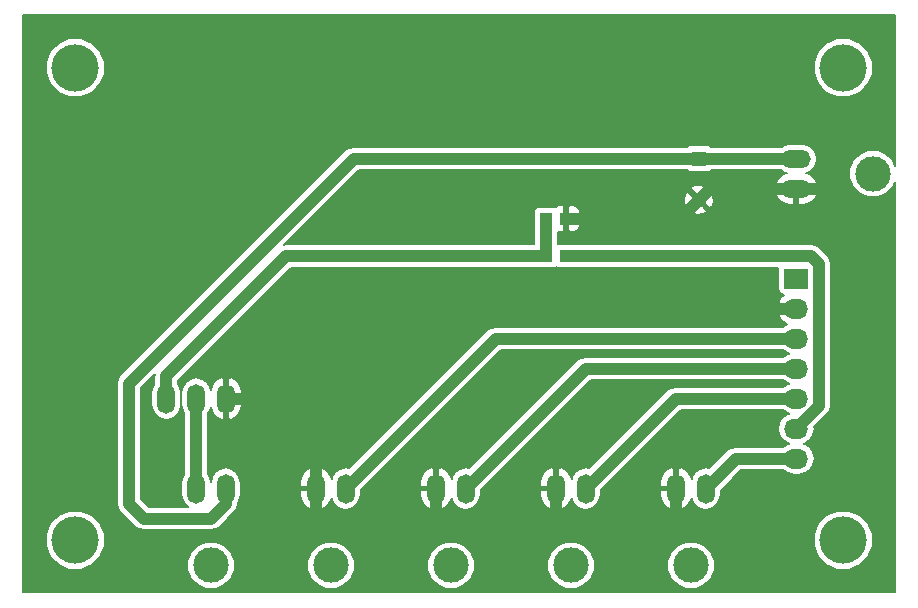
<source format=gbr>
G04 #@! TF.FileFunction,Copper,L2,Bot,Signal*
%FSLAX46Y46*%
G04 Gerber Fmt 4.6, Leading zero omitted, Abs format (unit mm)*
G04 Created by KiCad (PCBNEW 4.0.2-stable) date 2016/07/28 10:49:37*
%MOMM*%
G01*
G04 APERTURE LIST*
%ADD10C,0.100000*%
%ADD11R,2.032000X1.727200*%
%ADD12O,2.032000X1.727200*%
%ADD13O,1.500000X2.500000*%
%ADD14C,3.000000*%
%ADD15O,1.501140X2.499360*%
%ADD16R,1.100000X1.000000*%
%ADD17C,1.300000*%
%ADD18R,1.300000X1.300000*%
%ADD19O,2.500000X1.500000*%
%ADD20C,4.000000*%
%ADD21C,1.000000*%
%ADD22C,0.200000*%
G04 APERTURE END LIST*
D10*
D11*
X66040000Y-22860000D03*
D12*
X66040000Y-25400000D03*
X66040000Y-27940000D03*
X66040000Y-30480000D03*
X66040000Y-33020000D03*
X66040000Y-35560000D03*
X66040000Y-38100000D03*
D13*
X55880000Y-40640000D03*
X58380000Y-40640000D03*
D14*
X57130000Y-47140000D03*
D13*
X45720000Y-40640000D03*
X48220000Y-40640000D03*
D14*
X46970000Y-47140000D03*
D13*
X35560000Y-40640000D03*
X38060000Y-40640000D03*
D14*
X36810000Y-47140000D03*
D13*
X25400000Y-40640000D03*
X27900000Y-40640000D03*
D14*
X26650000Y-47140000D03*
D13*
X15240000Y-40640000D03*
X17740000Y-40640000D03*
D14*
X16490000Y-47140000D03*
D15*
X15240000Y-33020000D03*
X17780000Y-33020000D03*
X12700000Y-33020000D03*
D16*
X44870000Y-20955000D03*
X46570000Y-20955000D03*
X44870000Y-17780000D03*
X46570000Y-17780000D03*
D17*
X57785000Y-16200000D03*
D18*
X57785000Y-12700000D03*
D19*
X66040000Y-15240000D03*
X66040000Y-12740000D03*
D14*
X72540000Y-13990000D03*
D20*
X70000000Y-5000000D03*
X70000000Y-45000000D03*
X5000000Y-45000000D03*
X5000000Y-5000000D03*
D21*
X57785000Y-16200000D02*
X56205000Y-17780000D01*
X56205000Y-17780000D02*
X46570000Y-17780000D01*
X57785000Y-16200000D02*
X58745000Y-15240000D01*
X58745000Y-15240000D02*
X66040000Y-15240000D01*
X17780000Y-33020000D02*
X24130000Y-33020000D01*
X24130000Y-33020000D02*
X27305000Y-36195000D01*
X64135000Y-43180000D02*
X55880000Y-43180000D01*
X66040000Y-15240000D02*
X69215000Y-15240000D01*
X69215000Y-15240000D02*
X70485000Y-16510000D01*
X70485000Y-16510000D02*
X70485000Y-36830000D01*
X70485000Y-36830000D02*
X64135000Y-43180000D01*
X45720000Y-43180000D02*
X55880000Y-43180000D01*
X55880000Y-43180000D02*
X55880000Y-40640000D01*
X35560000Y-43180000D02*
X45720000Y-43180000D01*
X45720000Y-43180000D02*
X45720000Y-40640000D01*
X25400000Y-40640000D02*
X25400000Y-43180000D01*
X35560000Y-43180000D02*
X35560000Y-40640000D01*
X25400000Y-43180000D02*
X35560000Y-43180000D01*
X66040000Y-25400000D02*
X38100000Y-25400000D01*
X25400000Y-38100000D02*
X25400000Y-40640000D01*
X38100000Y-25400000D02*
X27305000Y-36195000D01*
X27305000Y-36195000D02*
X25400000Y-38100000D01*
X27900000Y-40640000D02*
X40600000Y-27940000D01*
X40600000Y-27940000D02*
X66040000Y-27940000D01*
X38060000Y-40640000D02*
X48220000Y-30480000D01*
X48220000Y-30480000D02*
X66040000Y-30480000D01*
X48220000Y-40640000D02*
X55840000Y-33020000D01*
X55840000Y-33020000D02*
X66040000Y-33020000D01*
X46570000Y-20955000D02*
X48895000Y-20955000D01*
X67945000Y-33655000D02*
X67945000Y-21590000D01*
X67945000Y-21590000D02*
X67310000Y-20955000D01*
X67310000Y-20955000D02*
X48895000Y-20955000D01*
X67945000Y-33655000D02*
X66040000Y-35560000D01*
X58380000Y-40640000D02*
X60920000Y-38100000D01*
X60920000Y-38100000D02*
X66040000Y-38100000D01*
X15240000Y-40640000D02*
X15240000Y-33020000D01*
X17740000Y-40640000D02*
X17740000Y-41950000D01*
X17740000Y-41950000D02*
X16510000Y-43180000D01*
X56515000Y-12700000D02*
X57785000Y-12700000D01*
X56515000Y-12700000D02*
X52070000Y-12700000D01*
X66000000Y-12700000D02*
X56515000Y-12700000D01*
X16510000Y-43180000D02*
X10795000Y-43180000D01*
X10795000Y-43180000D02*
X9525000Y-41910000D01*
X9525000Y-41910000D02*
X9525000Y-31750000D01*
X9525000Y-31750000D02*
X28575000Y-12700000D01*
X28575000Y-12700000D02*
X52070000Y-12700000D01*
X66000000Y-12700000D02*
X66040000Y-12740000D01*
X44870000Y-17780000D02*
X44870000Y-20955000D01*
X12700000Y-33020000D02*
X12700000Y-31115000D01*
X22860000Y-20955000D02*
X44870000Y-20955000D01*
X12700000Y-31115000D02*
X22860000Y-20955000D01*
D22*
G36*
X74425000Y-13314762D02*
X74236506Y-12858571D01*
X73674388Y-12295471D01*
X72939570Y-11990348D01*
X72143921Y-11989654D01*
X71408571Y-12293494D01*
X70845471Y-12855612D01*
X70540348Y-13590430D01*
X70539654Y-14386079D01*
X70843494Y-15121429D01*
X71405612Y-15684529D01*
X72140430Y-15989652D01*
X72936079Y-15990346D01*
X73671429Y-15686506D01*
X74234529Y-15124388D01*
X74425000Y-14665683D01*
X74425000Y-49425000D01*
X575000Y-49425000D01*
X575000Y-47536079D01*
X14489654Y-47536079D01*
X14793494Y-48271429D01*
X15355612Y-48834529D01*
X16090430Y-49139652D01*
X16886079Y-49140346D01*
X17621429Y-48836506D01*
X18184529Y-48274388D01*
X18489652Y-47539570D01*
X18489655Y-47536079D01*
X24649654Y-47536079D01*
X24953494Y-48271429D01*
X25515612Y-48834529D01*
X26250430Y-49139652D01*
X27046079Y-49140346D01*
X27781429Y-48836506D01*
X28344529Y-48274388D01*
X28649652Y-47539570D01*
X28649655Y-47536079D01*
X34809654Y-47536079D01*
X35113494Y-48271429D01*
X35675612Y-48834529D01*
X36410430Y-49139652D01*
X37206079Y-49140346D01*
X37941429Y-48836506D01*
X38504529Y-48274388D01*
X38809652Y-47539570D01*
X38809655Y-47536079D01*
X44969654Y-47536079D01*
X45273494Y-48271429D01*
X45835612Y-48834529D01*
X46570430Y-49139652D01*
X47366079Y-49140346D01*
X48101429Y-48836506D01*
X48664529Y-48274388D01*
X48969652Y-47539570D01*
X48969655Y-47536079D01*
X55129654Y-47536079D01*
X55433494Y-48271429D01*
X55995612Y-48834529D01*
X56730430Y-49139652D01*
X57526079Y-49140346D01*
X58261429Y-48836506D01*
X58824529Y-48274388D01*
X59129652Y-47539570D01*
X59130346Y-46743921D01*
X58826506Y-46008571D01*
X58313930Y-45495099D01*
X67499567Y-45495099D01*
X67879367Y-46414286D01*
X68582015Y-47118161D01*
X69500538Y-47499565D01*
X70495099Y-47500433D01*
X71414286Y-47120633D01*
X72118161Y-46417985D01*
X72499565Y-45499462D01*
X72500433Y-44504901D01*
X72120633Y-43585714D01*
X71417985Y-42881839D01*
X70499462Y-42500435D01*
X69504901Y-42499567D01*
X68585714Y-42879367D01*
X67881839Y-43582015D01*
X67500435Y-44500538D01*
X67499567Y-45495099D01*
X58313930Y-45495099D01*
X58264388Y-45445471D01*
X57529570Y-45140348D01*
X56733921Y-45139654D01*
X55998571Y-45443494D01*
X55435471Y-46005612D01*
X55130348Y-46740430D01*
X55129654Y-47536079D01*
X48969655Y-47536079D01*
X48970346Y-46743921D01*
X48666506Y-46008571D01*
X48104388Y-45445471D01*
X47369570Y-45140348D01*
X46573921Y-45139654D01*
X45838571Y-45443494D01*
X45275471Y-46005612D01*
X44970348Y-46740430D01*
X44969654Y-47536079D01*
X38809655Y-47536079D01*
X38810346Y-46743921D01*
X38506506Y-46008571D01*
X37944388Y-45445471D01*
X37209570Y-45140348D01*
X36413921Y-45139654D01*
X35678571Y-45443494D01*
X35115471Y-46005612D01*
X34810348Y-46740430D01*
X34809654Y-47536079D01*
X28649655Y-47536079D01*
X28650346Y-46743921D01*
X28346506Y-46008571D01*
X27784388Y-45445471D01*
X27049570Y-45140348D01*
X26253921Y-45139654D01*
X25518571Y-45443494D01*
X24955471Y-46005612D01*
X24650348Y-46740430D01*
X24649654Y-47536079D01*
X18489655Y-47536079D01*
X18490346Y-46743921D01*
X18186506Y-46008571D01*
X17624388Y-45445471D01*
X16889570Y-45140348D01*
X16093921Y-45139654D01*
X15358571Y-45443494D01*
X14795471Y-46005612D01*
X14490348Y-46740430D01*
X14489654Y-47536079D01*
X575000Y-47536079D01*
X575000Y-45495099D01*
X2499567Y-45495099D01*
X2879367Y-46414286D01*
X3582015Y-47118161D01*
X4500538Y-47499565D01*
X5495099Y-47500433D01*
X6414286Y-47120633D01*
X7118161Y-46417985D01*
X7499565Y-45499462D01*
X7500433Y-44504901D01*
X7120633Y-43585714D01*
X6417985Y-42881839D01*
X5499462Y-42500435D01*
X4504901Y-42499567D01*
X3585714Y-42879367D01*
X2881839Y-43582015D01*
X2500435Y-44500538D01*
X2499567Y-45495099D01*
X575000Y-45495099D01*
X575000Y-31750000D01*
X8525000Y-31750000D01*
X8525000Y-41910000D01*
X8601120Y-42292684D01*
X8817893Y-42617107D01*
X10087893Y-43887107D01*
X10412317Y-44103880D01*
X10795000Y-44180000D01*
X16510000Y-44180000D01*
X16892684Y-44103880D01*
X17217107Y-43887107D01*
X18447107Y-42657107D01*
X18663880Y-42332684D01*
X18740001Y-41950000D01*
X18740000Y-41949995D01*
X18740000Y-41884387D01*
X18894849Y-41652639D01*
X18990000Y-41174285D01*
X18990000Y-40794000D01*
X24042000Y-40794000D01*
X24042000Y-41294000D01*
X24204305Y-41801962D01*
X24548644Y-42209146D01*
X25036828Y-42448538D01*
X25246000Y-42336127D01*
X25246000Y-40794000D01*
X24042000Y-40794000D01*
X18990000Y-40794000D01*
X18990000Y-40105715D01*
X18966188Y-39986000D01*
X24042000Y-39986000D01*
X24042000Y-40486000D01*
X25246000Y-40486000D01*
X25246000Y-38943873D01*
X25036828Y-38831462D01*
X24548644Y-39070854D01*
X24204305Y-39478038D01*
X24042000Y-39986000D01*
X18966188Y-39986000D01*
X18894849Y-39627361D01*
X18623883Y-39221832D01*
X18218354Y-38950866D01*
X17740000Y-38855715D01*
X17261646Y-38950866D01*
X16856117Y-39221832D01*
X16585151Y-39627361D01*
X16490000Y-40105715D01*
X16394849Y-39627361D01*
X16240000Y-39395613D01*
X16240000Y-34264498D01*
X16395376Y-34031960D01*
X16449363Y-33760547D01*
X16583778Y-34181290D01*
X16928240Y-34588659D01*
X17416739Y-34828214D01*
X17626000Y-34715812D01*
X17626000Y-33174000D01*
X17934000Y-33174000D01*
X17934000Y-34715812D01*
X18143261Y-34828214D01*
X18631760Y-34588659D01*
X18976222Y-34181290D01*
X19138570Y-33673110D01*
X19138570Y-33174000D01*
X17934000Y-33174000D01*
X17626000Y-33174000D01*
X17606000Y-33174000D01*
X17606000Y-32866000D01*
X17626000Y-32866000D01*
X17626000Y-31324188D01*
X17934000Y-31324188D01*
X17934000Y-32866000D01*
X19138570Y-32866000D01*
X19138570Y-32366890D01*
X18976222Y-31858710D01*
X18631760Y-31451341D01*
X18143261Y-31211786D01*
X17934000Y-31324188D01*
X17626000Y-31324188D01*
X17416739Y-31211786D01*
X16928240Y-31451341D01*
X16583778Y-31858710D01*
X16449363Y-32279453D01*
X16395376Y-32008040D01*
X16124287Y-31602325D01*
X15718572Y-31331236D01*
X15240000Y-31236042D01*
X14761428Y-31331236D01*
X14355713Y-31602325D01*
X14084624Y-32008040D01*
X13989430Y-32486612D01*
X13989430Y-33553388D01*
X14084624Y-34031960D01*
X14240000Y-34264498D01*
X14240000Y-39395613D01*
X14085151Y-39627361D01*
X13990000Y-40105715D01*
X13990000Y-41174285D01*
X14085151Y-41652639D01*
X14356117Y-42058168D01*
X14538451Y-42180000D01*
X11209214Y-42180000D01*
X10525000Y-41495786D01*
X10525000Y-32164214D01*
X11731233Y-30957981D01*
X11722511Y-31001827D01*
X11700000Y-31115000D01*
X11700000Y-31775502D01*
X11544624Y-32008040D01*
X11449430Y-32486612D01*
X11449430Y-33553388D01*
X11544624Y-34031960D01*
X11815713Y-34437675D01*
X12221428Y-34708764D01*
X12700000Y-34803958D01*
X13178572Y-34708764D01*
X13584287Y-34437675D01*
X13855376Y-34031960D01*
X13950570Y-33553388D01*
X13950570Y-32486612D01*
X13855376Y-32008040D01*
X13700000Y-31775502D01*
X13700000Y-31529214D01*
X23274214Y-21955000D01*
X44271631Y-21955000D01*
X44320000Y-21964795D01*
X45420000Y-21964795D01*
X45605289Y-21929931D01*
X45720715Y-21855656D01*
X45821661Y-21924630D01*
X46020000Y-21964795D01*
X47120000Y-21964795D01*
X47172057Y-21955000D01*
X64522589Y-21955000D01*
X64514205Y-21996400D01*
X64514205Y-23723600D01*
X64549069Y-23908889D01*
X64658575Y-24079065D01*
X64825661Y-24193230D01*
X65023350Y-24233263D01*
X64696178Y-24536359D01*
X64466189Y-25018951D01*
X64577017Y-25246000D01*
X65886000Y-25246000D01*
X65886000Y-25226000D01*
X66194000Y-25226000D01*
X66194000Y-25246000D01*
X66214000Y-25246000D01*
X66214000Y-25554000D01*
X66194000Y-25554000D01*
X66194000Y-25574000D01*
X65886000Y-25574000D01*
X65886000Y-25554000D01*
X64577017Y-25554000D01*
X64466189Y-25781049D01*
X64696178Y-26263641D01*
X65117371Y-26653838D01*
X65283495Y-26715330D01*
X64947251Y-26940000D01*
X40600000Y-26940000D01*
X40217317Y-27016120D01*
X40217315Y-27016121D01*
X40217316Y-27016121D01*
X39892893Y-27232893D01*
X28208672Y-38917114D01*
X27900000Y-38855715D01*
X27421646Y-38950866D01*
X27016117Y-39221832D01*
X26745151Y-39627361D01*
X26706114Y-39823613D01*
X26595695Y-39478038D01*
X26251356Y-39070854D01*
X25763172Y-38831462D01*
X25554000Y-38943873D01*
X25554000Y-40486000D01*
X25574000Y-40486000D01*
X25574000Y-40794000D01*
X25554000Y-40794000D01*
X25554000Y-42336127D01*
X25763172Y-42448538D01*
X26251356Y-42209146D01*
X26595695Y-41801962D01*
X26706114Y-41456387D01*
X26745151Y-41652639D01*
X27016117Y-42058168D01*
X27421646Y-42329134D01*
X27900000Y-42424285D01*
X28378354Y-42329134D01*
X28783883Y-42058168D01*
X29054849Y-41652639D01*
X29150000Y-41174285D01*
X29150000Y-40804214D01*
X29160214Y-40794000D01*
X34202000Y-40794000D01*
X34202000Y-41294000D01*
X34364305Y-41801962D01*
X34708644Y-42209146D01*
X35196828Y-42448538D01*
X35406000Y-42336127D01*
X35406000Y-40794000D01*
X34202000Y-40794000D01*
X29160214Y-40794000D01*
X29968214Y-39986000D01*
X34202000Y-39986000D01*
X34202000Y-40486000D01*
X35406000Y-40486000D01*
X35406000Y-38943873D01*
X35196828Y-38831462D01*
X34708644Y-39070854D01*
X34364305Y-39478038D01*
X34202000Y-39986000D01*
X29968214Y-39986000D01*
X41014214Y-28940000D01*
X64947251Y-28940000D01*
X65336073Y-29199802D01*
X65387342Y-29210000D01*
X65336073Y-29220198D01*
X64947251Y-29480000D01*
X48220000Y-29480000D01*
X47837316Y-29556120D01*
X47512893Y-29772893D01*
X38368672Y-38917114D01*
X38060000Y-38855715D01*
X37581646Y-38950866D01*
X37176117Y-39221832D01*
X36905151Y-39627361D01*
X36866114Y-39823613D01*
X36755695Y-39478038D01*
X36411356Y-39070854D01*
X35923172Y-38831462D01*
X35714000Y-38943873D01*
X35714000Y-40486000D01*
X35734000Y-40486000D01*
X35734000Y-40794000D01*
X35714000Y-40794000D01*
X35714000Y-42336127D01*
X35923172Y-42448538D01*
X36411356Y-42209146D01*
X36755695Y-41801962D01*
X36866114Y-41456387D01*
X36905151Y-41652639D01*
X37176117Y-42058168D01*
X37581646Y-42329134D01*
X38060000Y-42424285D01*
X38538354Y-42329134D01*
X38943883Y-42058168D01*
X39214849Y-41652639D01*
X39310000Y-41174285D01*
X39310000Y-40804214D01*
X39320214Y-40794000D01*
X44362000Y-40794000D01*
X44362000Y-41294000D01*
X44524305Y-41801962D01*
X44868644Y-42209146D01*
X45356828Y-42448538D01*
X45566000Y-42336127D01*
X45566000Y-40794000D01*
X44362000Y-40794000D01*
X39320214Y-40794000D01*
X40128214Y-39986000D01*
X44362000Y-39986000D01*
X44362000Y-40486000D01*
X45566000Y-40486000D01*
X45566000Y-38943873D01*
X45356828Y-38831462D01*
X44868644Y-39070854D01*
X44524305Y-39478038D01*
X44362000Y-39986000D01*
X40128214Y-39986000D01*
X48634214Y-31480000D01*
X64947251Y-31480000D01*
X65336073Y-31739802D01*
X65387342Y-31750000D01*
X65336073Y-31760198D01*
X64947251Y-32020000D01*
X55840000Y-32020000D01*
X55457317Y-32096120D01*
X55402595Y-32132684D01*
X55132893Y-32312893D01*
X48528672Y-38917114D01*
X48220000Y-38855715D01*
X47741646Y-38950866D01*
X47336117Y-39221832D01*
X47065151Y-39627361D01*
X47026114Y-39823613D01*
X46915695Y-39478038D01*
X46571356Y-39070854D01*
X46083172Y-38831462D01*
X45874000Y-38943873D01*
X45874000Y-40486000D01*
X45894000Y-40486000D01*
X45894000Y-40794000D01*
X45874000Y-40794000D01*
X45874000Y-42336127D01*
X46083172Y-42448538D01*
X46571356Y-42209146D01*
X46915695Y-41801962D01*
X47026114Y-41456387D01*
X47065151Y-41652639D01*
X47336117Y-42058168D01*
X47741646Y-42329134D01*
X48220000Y-42424285D01*
X48698354Y-42329134D01*
X49103883Y-42058168D01*
X49374849Y-41652639D01*
X49470000Y-41174285D01*
X49470000Y-40804214D01*
X49480214Y-40794000D01*
X54522000Y-40794000D01*
X54522000Y-41294000D01*
X54684305Y-41801962D01*
X55028644Y-42209146D01*
X55516828Y-42448538D01*
X55726000Y-42336127D01*
X55726000Y-40794000D01*
X54522000Y-40794000D01*
X49480214Y-40794000D01*
X50288214Y-39986000D01*
X54522000Y-39986000D01*
X54522000Y-40486000D01*
X55726000Y-40486000D01*
X55726000Y-38943873D01*
X55516828Y-38831462D01*
X55028644Y-39070854D01*
X54684305Y-39478038D01*
X54522000Y-39986000D01*
X50288214Y-39986000D01*
X56254214Y-34020000D01*
X64947251Y-34020000D01*
X65336073Y-34279802D01*
X65387342Y-34290000D01*
X65336073Y-34300198D01*
X64893689Y-34595789D01*
X64598098Y-35038173D01*
X64494300Y-35560000D01*
X64598098Y-36081827D01*
X64893689Y-36524211D01*
X65336073Y-36819802D01*
X65387342Y-36830000D01*
X65336073Y-36840198D01*
X64947251Y-37100000D01*
X60920000Y-37100000D01*
X60537317Y-37176120D01*
X60212893Y-37392893D01*
X60212891Y-37392896D01*
X58688672Y-38917114D01*
X58380000Y-38855715D01*
X57901646Y-38950866D01*
X57496117Y-39221832D01*
X57225151Y-39627361D01*
X57186114Y-39823613D01*
X57075695Y-39478038D01*
X56731356Y-39070854D01*
X56243172Y-38831462D01*
X56034000Y-38943873D01*
X56034000Y-40486000D01*
X56054000Y-40486000D01*
X56054000Y-40794000D01*
X56034000Y-40794000D01*
X56034000Y-42336127D01*
X56243172Y-42448538D01*
X56731356Y-42209146D01*
X57075695Y-41801962D01*
X57186114Y-41456387D01*
X57225151Y-41652639D01*
X57496117Y-42058168D01*
X57901646Y-42329134D01*
X58380000Y-42424285D01*
X58858354Y-42329134D01*
X59263883Y-42058168D01*
X59534849Y-41652639D01*
X59630000Y-41174285D01*
X59630000Y-40804214D01*
X61334213Y-39100000D01*
X64947251Y-39100000D01*
X65336073Y-39359802D01*
X65857900Y-39463600D01*
X66222100Y-39463600D01*
X66743927Y-39359802D01*
X67186311Y-39064211D01*
X67481902Y-38621827D01*
X67585700Y-38100000D01*
X67481902Y-37578173D01*
X67186311Y-37135789D01*
X66743927Y-36840198D01*
X66692658Y-36830000D01*
X66743927Y-36819802D01*
X67186311Y-36524211D01*
X67481902Y-36081827D01*
X67585700Y-35560000D01*
X67563885Y-35450329D01*
X68652107Y-34362107D01*
X68868880Y-34037684D01*
X68945000Y-33655000D01*
X68945000Y-21590005D01*
X68945001Y-21590000D01*
X68868880Y-21207316D01*
X68652107Y-20882893D01*
X68017107Y-20247893D01*
X67692684Y-20031120D01*
X67310000Y-19955000D01*
X47168369Y-19955000D01*
X47120000Y-19945205D01*
X46020000Y-19945205D01*
X45870000Y-19973429D01*
X45870000Y-18875962D01*
X45899061Y-18888000D01*
X46264000Y-18888000D01*
X46416000Y-18736000D01*
X46416000Y-17934000D01*
X46724000Y-17934000D01*
X46724000Y-18736000D01*
X46876000Y-18888000D01*
X47240939Y-18888000D01*
X47464405Y-18795437D01*
X47635438Y-18624404D01*
X47728000Y-18400938D01*
X47728000Y-18086000D01*
X47576000Y-17934000D01*
X46724000Y-17934000D01*
X46416000Y-17934000D01*
X46396000Y-17934000D01*
X46396000Y-17626000D01*
X46416000Y-17626000D01*
X46416000Y-16824000D01*
X46724000Y-16824000D01*
X46724000Y-17626000D01*
X47576000Y-17626000D01*
X47728000Y-17474000D01*
X47728000Y-17159062D01*
X47703922Y-17100931D01*
X57101858Y-17100931D01*
X57161122Y-17320694D01*
X57637483Y-17474134D01*
X58136302Y-17433599D01*
X58408878Y-17320694D01*
X58468142Y-17100931D01*
X57785000Y-16417789D01*
X57101858Y-17100931D01*
X47703922Y-17100931D01*
X47635438Y-16935596D01*
X47464405Y-16764563D01*
X47240939Y-16672000D01*
X46876000Y-16672000D01*
X46724000Y-16824000D01*
X46416000Y-16824000D01*
X46264000Y-16672000D01*
X45899061Y-16672000D01*
X45675595Y-16764563D01*
X45625141Y-16815017D01*
X45618339Y-16810370D01*
X45420000Y-16770205D01*
X44320000Y-16770205D01*
X44134711Y-16805069D01*
X43964535Y-16914575D01*
X43850370Y-17081661D01*
X43810205Y-17280000D01*
X43810205Y-18280000D01*
X43845069Y-18465289D01*
X43870000Y-18504033D01*
X43870000Y-19955000D01*
X22860000Y-19955000D01*
X22702981Y-19986233D01*
X26636731Y-16052483D01*
X56510866Y-16052483D01*
X56551401Y-16551302D01*
X56664306Y-16823878D01*
X56884069Y-16883142D01*
X57567211Y-16200000D01*
X58002789Y-16200000D01*
X58685931Y-16883142D01*
X58905694Y-16823878D01*
X59059134Y-16347517D01*
X59018599Y-15848698D01*
X58916899Y-15603172D01*
X64231462Y-15603172D01*
X64470854Y-16091356D01*
X64878038Y-16435695D01*
X65386000Y-16598000D01*
X65886000Y-16598000D01*
X65886000Y-15394000D01*
X66194000Y-15394000D01*
X66194000Y-16598000D01*
X66694000Y-16598000D01*
X67201962Y-16435695D01*
X67609146Y-16091356D01*
X67848538Y-15603172D01*
X67736127Y-15394000D01*
X66194000Y-15394000D01*
X65886000Y-15394000D01*
X64343873Y-15394000D01*
X64231462Y-15603172D01*
X58916899Y-15603172D01*
X58905694Y-15576122D01*
X58685931Y-15516858D01*
X58002789Y-16200000D01*
X57567211Y-16200000D01*
X56884069Y-15516858D01*
X56664306Y-15576122D01*
X56510866Y-16052483D01*
X26636731Y-16052483D01*
X27390145Y-15299069D01*
X57101858Y-15299069D01*
X57785000Y-15982211D01*
X58468142Y-15299069D01*
X58408878Y-15079306D01*
X57932517Y-14925866D01*
X57433698Y-14966401D01*
X57161122Y-15079306D01*
X57101858Y-15299069D01*
X27390145Y-15299069D01*
X28989214Y-13700000D01*
X56766058Y-13700000D01*
X56769575Y-13705465D01*
X56936661Y-13819630D01*
X57135000Y-13859795D01*
X58435000Y-13859795D01*
X58620289Y-13824931D01*
X58790465Y-13715425D01*
X58801004Y-13700000D01*
X64735749Y-13700000D01*
X65027361Y-13894849D01*
X65223613Y-13933886D01*
X64878038Y-14044305D01*
X64470854Y-14388644D01*
X64231462Y-14876828D01*
X64343873Y-15086000D01*
X65886000Y-15086000D01*
X65886000Y-15066000D01*
X66194000Y-15066000D01*
X66194000Y-15086000D01*
X67736127Y-15086000D01*
X67848538Y-14876828D01*
X67609146Y-14388644D01*
X67201962Y-14044305D01*
X66856387Y-13933886D01*
X67052639Y-13894849D01*
X67458168Y-13623883D01*
X67729134Y-13218354D01*
X67824285Y-12740000D01*
X67729134Y-12261646D01*
X67458168Y-11856117D01*
X67052639Y-11585151D01*
X66574285Y-11490000D01*
X65505715Y-11490000D01*
X65027361Y-11585151D01*
X64855477Y-11700000D01*
X58803942Y-11700000D01*
X58800425Y-11694535D01*
X58633339Y-11580370D01*
X58435000Y-11540205D01*
X57135000Y-11540205D01*
X56949711Y-11575069D01*
X56779535Y-11684575D01*
X56768996Y-11700000D01*
X28575000Y-11700000D01*
X28192317Y-11776120D01*
X28192315Y-11776121D01*
X28192316Y-11776121D01*
X27867893Y-11992893D01*
X8817893Y-31042893D01*
X8601120Y-31367316D01*
X8554374Y-31602325D01*
X8525000Y-31750000D01*
X575000Y-31750000D01*
X575000Y-5495099D01*
X2499567Y-5495099D01*
X2879367Y-6414286D01*
X3582015Y-7118161D01*
X4500538Y-7499565D01*
X5495099Y-7500433D01*
X6414286Y-7120633D01*
X7118161Y-6417985D01*
X7499565Y-5499462D01*
X7499568Y-5495099D01*
X67499567Y-5495099D01*
X67879367Y-6414286D01*
X68582015Y-7118161D01*
X69500538Y-7499565D01*
X70495099Y-7500433D01*
X71414286Y-7120633D01*
X72118161Y-6417985D01*
X72499565Y-5499462D01*
X72500433Y-4504901D01*
X72120633Y-3585714D01*
X71417985Y-2881839D01*
X70499462Y-2500435D01*
X69504901Y-2499567D01*
X68585714Y-2879367D01*
X67881839Y-3582015D01*
X67500435Y-4500538D01*
X67499567Y-5495099D01*
X7499568Y-5495099D01*
X7500433Y-4504901D01*
X7120633Y-3585714D01*
X6417985Y-2881839D01*
X5499462Y-2500435D01*
X4504901Y-2499567D01*
X3585714Y-2879367D01*
X2881839Y-3582015D01*
X2500435Y-4500538D01*
X2499567Y-5495099D01*
X575000Y-5495099D01*
X575000Y-575000D01*
X74425000Y-575000D01*
X74425000Y-13314762D01*
X74425000Y-13314762D01*
G37*
X74425000Y-13314762D02*
X74236506Y-12858571D01*
X73674388Y-12295471D01*
X72939570Y-11990348D01*
X72143921Y-11989654D01*
X71408571Y-12293494D01*
X70845471Y-12855612D01*
X70540348Y-13590430D01*
X70539654Y-14386079D01*
X70843494Y-15121429D01*
X71405612Y-15684529D01*
X72140430Y-15989652D01*
X72936079Y-15990346D01*
X73671429Y-15686506D01*
X74234529Y-15124388D01*
X74425000Y-14665683D01*
X74425000Y-49425000D01*
X575000Y-49425000D01*
X575000Y-47536079D01*
X14489654Y-47536079D01*
X14793494Y-48271429D01*
X15355612Y-48834529D01*
X16090430Y-49139652D01*
X16886079Y-49140346D01*
X17621429Y-48836506D01*
X18184529Y-48274388D01*
X18489652Y-47539570D01*
X18489655Y-47536079D01*
X24649654Y-47536079D01*
X24953494Y-48271429D01*
X25515612Y-48834529D01*
X26250430Y-49139652D01*
X27046079Y-49140346D01*
X27781429Y-48836506D01*
X28344529Y-48274388D01*
X28649652Y-47539570D01*
X28649655Y-47536079D01*
X34809654Y-47536079D01*
X35113494Y-48271429D01*
X35675612Y-48834529D01*
X36410430Y-49139652D01*
X37206079Y-49140346D01*
X37941429Y-48836506D01*
X38504529Y-48274388D01*
X38809652Y-47539570D01*
X38809655Y-47536079D01*
X44969654Y-47536079D01*
X45273494Y-48271429D01*
X45835612Y-48834529D01*
X46570430Y-49139652D01*
X47366079Y-49140346D01*
X48101429Y-48836506D01*
X48664529Y-48274388D01*
X48969652Y-47539570D01*
X48969655Y-47536079D01*
X55129654Y-47536079D01*
X55433494Y-48271429D01*
X55995612Y-48834529D01*
X56730430Y-49139652D01*
X57526079Y-49140346D01*
X58261429Y-48836506D01*
X58824529Y-48274388D01*
X59129652Y-47539570D01*
X59130346Y-46743921D01*
X58826506Y-46008571D01*
X58313930Y-45495099D01*
X67499567Y-45495099D01*
X67879367Y-46414286D01*
X68582015Y-47118161D01*
X69500538Y-47499565D01*
X70495099Y-47500433D01*
X71414286Y-47120633D01*
X72118161Y-46417985D01*
X72499565Y-45499462D01*
X72500433Y-44504901D01*
X72120633Y-43585714D01*
X71417985Y-42881839D01*
X70499462Y-42500435D01*
X69504901Y-42499567D01*
X68585714Y-42879367D01*
X67881839Y-43582015D01*
X67500435Y-44500538D01*
X67499567Y-45495099D01*
X58313930Y-45495099D01*
X58264388Y-45445471D01*
X57529570Y-45140348D01*
X56733921Y-45139654D01*
X55998571Y-45443494D01*
X55435471Y-46005612D01*
X55130348Y-46740430D01*
X55129654Y-47536079D01*
X48969655Y-47536079D01*
X48970346Y-46743921D01*
X48666506Y-46008571D01*
X48104388Y-45445471D01*
X47369570Y-45140348D01*
X46573921Y-45139654D01*
X45838571Y-45443494D01*
X45275471Y-46005612D01*
X44970348Y-46740430D01*
X44969654Y-47536079D01*
X38809655Y-47536079D01*
X38810346Y-46743921D01*
X38506506Y-46008571D01*
X37944388Y-45445471D01*
X37209570Y-45140348D01*
X36413921Y-45139654D01*
X35678571Y-45443494D01*
X35115471Y-46005612D01*
X34810348Y-46740430D01*
X34809654Y-47536079D01*
X28649655Y-47536079D01*
X28650346Y-46743921D01*
X28346506Y-46008571D01*
X27784388Y-45445471D01*
X27049570Y-45140348D01*
X26253921Y-45139654D01*
X25518571Y-45443494D01*
X24955471Y-46005612D01*
X24650348Y-46740430D01*
X24649654Y-47536079D01*
X18489655Y-47536079D01*
X18490346Y-46743921D01*
X18186506Y-46008571D01*
X17624388Y-45445471D01*
X16889570Y-45140348D01*
X16093921Y-45139654D01*
X15358571Y-45443494D01*
X14795471Y-46005612D01*
X14490348Y-46740430D01*
X14489654Y-47536079D01*
X575000Y-47536079D01*
X575000Y-45495099D01*
X2499567Y-45495099D01*
X2879367Y-46414286D01*
X3582015Y-47118161D01*
X4500538Y-47499565D01*
X5495099Y-47500433D01*
X6414286Y-47120633D01*
X7118161Y-46417985D01*
X7499565Y-45499462D01*
X7500433Y-44504901D01*
X7120633Y-43585714D01*
X6417985Y-42881839D01*
X5499462Y-42500435D01*
X4504901Y-42499567D01*
X3585714Y-42879367D01*
X2881839Y-43582015D01*
X2500435Y-44500538D01*
X2499567Y-45495099D01*
X575000Y-45495099D01*
X575000Y-31750000D01*
X8525000Y-31750000D01*
X8525000Y-41910000D01*
X8601120Y-42292684D01*
X8817893Y-42617107D01*
X10087893Y-43887107D01*
X10412317Y-44103880D01*
X10795000Y-44180000D01*
X16510000Y-44180000D01*
X16892684Y-44103880D01*
X17217107Y-43887107D01*
X18447107Y-42657107D01*
X18663880Y-42332684D01*
X18740001Y-41950000D01*
X18740000Y-41949995D01*
X18740000Y-41884387D01*
X18894849Y-41652639D01*
X18990000Y-41174285D01*
X18990000Y-40794000D01*
X24042000Y-40794000D01*
X24042000Y-41294000D01*
X24204305Y-41801962D01*
X24548644Y-42209146D01*
X25036828Y-42448538D01*
X25246000Y-42336127D01*
X25246000Y-40794000D01*
X24042000Y-40794000D01*
X18990000Y-40794000D01*
X18990000Y-40105715D01*
X18966188Y-39986000D01*
X24042000Y-39986000D01*
X24042000Y-40486000D01*
X25246000Y-40486000D01*
X25246000Y-38943873D01*
X25036828Y-38831462D01*
X24548644Y-39070854D01*
X24204305Y-39478038D01*
X24042000Y-39986000D01*
X18966188Y-39986000D01*
X18894849Y-39627361D01*
X18623883Y-39221832D01*
X18218354Y-38950866D01*
X17740000Y-38855715D01*
X17261646Y-38950866D01*
X16856117Y-39221832D01*
X16585151Y-39627361D01*
X16490000Y-40105715D01*
X16394849Y-39627361D01*
X16240000Y-39395613D01*
X16240000Y-34264498D01*
X16395376Y-34031960D01*
X16449363Y-33760547D01*
X16583778Y-34181290D01*
X16928240Y-34588659D01*
X17416739Y-34828214D01*
X17626000Y-34715812D01*
X17626000Y-33174000D01*
X17934000Y-33174000D01*
X17934000Y-34715812D01*
X18143261Y-34828214D01*
X18631760Y-34588659D01*
X18976222Y-34181290D01*
X19138570Y-33673110D01*
X19138570Y-33174000D01*
X17934000Y-33174000D01*
X17626000Y-33174000D01*
X17606000Y-33174000D01*
X17606000Y-32866000D01*
X17626000Y-32866000D01*
X17626000Y-31324188D01*
X17934000Y-31324188D01*
X17934000Y-32866000D01*
X19138570Y-32866000D01*
X19138570Y-32366890D01*
X18976222Y-31858710D01*
X18631760Y-31451341D01*
X18143261Y-31211786D01*
X17934000Y-31324188D01*
X17626000Y-31324188D01*
X17416739Y-31211786D01*
X16928240Y-31451341D01*
X16583778Y-31858710D01*
X16449363Y-32279453D01*
X16395376Y-32008040D01*
X16124287Y-31602325D01*
X15718572Y-31331236D01*
X15240000Y-31236042D01*
X14761428Y-31331236D01*
X14355713Y-31602325D01*
X14084624Y-32008040D01*
X13989430Y-32486612D01*
X13989430Y-33553388D01*
X14084624Y-34031960D01*
X14240000Y-34264498D01*
X14240000Y-39395613D01*
X14085151Y-39627361D01*
X13990000Y-40105715D01*
X13990000Y-41174285D01*
X14085151Y-41652639D01*
X14356117Y-42058168D01*
X14538451Y-42180000D01*
X11209214Y-42180000D01*
X10525000Y-41495786D01*
X10525000Y-32164214D01*
X11731233Y-30957981D01*
X11722511Y-31001827D01*
X11700000Y-31115000D01*
X11700000Y-31775502D01*
X11544624Y-32008040D01*
X11449430Y-32486612D01*
X11449430Y-33553388D01*
X11544624Y-34031960D01*
X11815713Y-34437675D01*
X12221428Y-34708764D01*
X12700000Y-34803958D01*
X13178572Y-34708764D01*
X13584287Y-34437675D01*
X13855376Y-34031960D01*
X13950570Y-33553388D01*
X13950570Y-32486612D01*
X13855376Y-32008040D01*
X13700000Y-31775502D01*
X13700000Y-31529214D01*
X23274214Y-21955000D01*
X44271631Y-21955000D01*
X44320000Y-21964795D01*
X45420000Y-21964795D01*
X45605289Y-21929931D01*
X45720715Y-21855656D01*
X45821661Y-21924630D01*
X46020000Y-21964795D01*
X47120000Y-21964795D01*
X47172057Y-21955000D01*
X64522589Y-21955000D01*
X64514205Y-21996400D01*
X64514205Y-23723600D01*
X64549069Y-23908889D01*
X64658575Y-24079065D01*
X64825661Y-24193230D01*
X65023350Y-24233263D01*
X64696178Y-24536359D01*
X64466189Y-25018951D01*
X64577017Y-25246000D01*
X65886000Y-25246000D01*
X65886000Y-25226000D01*
X66194000Y-25226000D01*
X66194000Y-25246000D01*
X66214000Y-25246000D01*
X66214000Y-25554000D01*
X66194000Y-25554000D01*
X66194000Y-25574000D01*
X65886000Y-25574000D01*
X65886000Y-25554000D01*
X64577017Y-25554000D01*
X64466189Y-25781049D01*
X64696178Y-26263641D01*
X65117371Y-26653838D01*
X65283495Y-26715330D01*
X64947251Y-26940000D01*
X40600000Y-26940000D01*
X40217317Y-27016120D01*
X40217315Y-27016121D01*
X40217316Y-27016121D01*
X39892893Y-27232893D01*
X28208672Y-38917114D01*
X27900000Y-38855715D01*
X27421646Y-38950866D01*
X27016117Y-39221832D01*
X26745151Y-39627361D01*
X26706114Y-39823613D01*
X26595695Y-39478038D01*
X26251356Y-39070854D01*
X25763172Y-38831462D01*
X25554000Y-38943873D01*
X25554000Y-40486000D01*
X25574000Y-40486000D01*
X25574000Y-40794000D01*
X25554000Y-40794000D01*
X25554000Y-42336127D01*
X25763172Y-42448538D01*
X26251356Y-42209146D01*
X26595695Y-41801962D01*
X26706114Y-41456387D01*
X26745151Y-41652639D01*
X27016117Y-42058168D01*
X27421646Y-42329134D01*
X27900000Y-42424285D01*
X28378354Y-42329134D01*
X28783883Y-42058168D01*
X29054849Y-41652639D01*
X29150000Y-41174285D01*
X29150000Y-40804214D01*
X29160214Y-40794000D01*
X34202000Y-40794000D01*
X34202000Y-41294000D01*
X34364305Y-41801962D01*
X34708644Y-42209146D01*
X35196828Y-42448538D01*
X35406000Y-42336127D01*
X35406000Y-40794000D01*
X34202000Y-40794000D01*
X29160214Y-40794000D01*
X29968214Y-39986000D01*
X34202000Y-39986000D01*
X34202000Y-40486000D01*
X35406000Y-40486000D01*
X35406000Y-38943873D01*
X35196828Y-38831462D01*
X34708644Y-39070854D01*
X34364305Y-39478038D01*
X34202000Y-39986000D01*
X29968214Y-39986000D01*
X41014214Y-28940000D01*
X64947251Y-28940000D01*
X65336073Y-29199802D01*
X65387342Y-29210000D01*
X65336073Y-29220198D01*
X64947251Y-29480000D01*
X48220000Y-29480000D01*
X47837316Y-29556120D01*
X47512893Y-29772893D01*
X38368672Y-38917114D01*
X38060000Y-38855715D01*
X37581646Y-38950866D01*
X37176117Y-39221832D01*
X36905151Y-39627361D01*
X36866114Y-39823613D01*
X36755695Y-39478038D01*
X36411356Y-39070854D01*
X35923172Y-38831462D01*
X35714000Y-38943873D01*
X35714000Y-40486000D01*
X35734000Y-40486000D01*
X35734000Y-40794000D01*
X35714000Y-40794000D01*
X35714000Y-42336127D01*
X35923172Y-42448538D01*
X36411356Y-42209146D01*
X36755695Y-41801962D01*
X36866114Y-41456387D01*
X36905151Y-41652639D01*
X37176117Y-42058168D01*
X37581646Y-42329134D01*
X38060000Y-42424285D01*
X38538354Y-42329134D01*
X38943883Y-42058168D01*
X39214849Y-41652639D01*
X39310000Y-41174285D01*
X39310000Y-40804214D01*
X39320214Y-40794000D01*
X44362000Y-40794000D01*
X44362000Y-41294000D01*
X44524305Y-41801962D01*
X44868644Y-42209146D01*
X45356828Y-42448538D01*
X45566000Y-42336127D01*
X45566000Y-40794000D01*
X44362000Y-40794000D01*
X39320214Y-40794000D01*
X40128214Y-39986000D01*
X44362000Y-39986000D01*
X44362000Y-40486000D01*
X45566000Y-40486000D01*
X45566000Y-38943873D01*
X45356828Y-38831462D01*
X44868644Y-39070854D01*
X44524305Y-39478038D01*
X44362000Y-39986000D01*
X40128214Y-39986000D01*
X48634214Y-31480000D01*
X64947251Y-31480000D01*
X65336073Y-31739802D01*
X65387342Y-31750000D01*
X65336073Y-31760198D01*
X64947251Y-32020000D01*
X55840000Y-32020000D01*
X55457317Y-32096120D01*
X55402595Y-32132684D01*
X55132893Y-32312893D01*
X48528672Y-38917114D01*
X48220000Y-38855715D01*
X47741646Y-38950866D01*
X47336117Y-39221832D01*
X47065151Y-39627361D01*
X47026114Y-39823613D01*
X46915695Y-39478038D01*
X46571356Y-39070854D01*
X46083172Y-38831462D01*
X45874000Y-38943873D01*
X45874000Y-40486000D01*
X45894000Y-40486000D01*
X45894000Y-40794000D01*
X45874000Y-40794000D01*
X45874000Y-42336127D01*
X46083172Y-42448538D01*
X46571356Y-42209146D01*
X46915695Y-41801962D01*
X47026114Y-41456387D01*
X47065151Y-41652639D01*
X47336117Y-42058168D01*
X47741646Y-42329134D01*
X48220000Y-42424285D01*
X48698354Y-42329134D01*
X49103883Y-42058168D01*
X49374849Y-41652639D01*
X49470000Y-41174285D01*
X49470000Y-40804214D01*
X49480214Y-40794000D01*
X54522000Y-40794000D01*
X54522000Y-41294000D01*
X54684305Y-41801962D01*
X55028644Y-42209146D01*
X55516828Y-42448538D01*
X55726000Y-42336127D01*
X55726000Y-40794000D01*
X54522000Y-40794000D01*
X49480214Y-40794000D01*
X50288214Y-39986000D01*
X54522000Y-39986000D01*
X54522000Y-40486000D01*
X55726000Y-40486000D01*
X55726000Y-38943873D01*
X55516828Y-38831462D01*
X55028644Y-39070854D01*
X54684305Y-39478038D01*
X54522000Y-39986000D01*
X50288214Y-39986000D01*
X56254214Y-34020000D01*
X64947251Y-34020000D01*
X65336073Y-34279802D01*
X65387342Y-34290000D01*
X65336073Y-34300198D01*
X64893689Y-34595789D01*
X64598098Y-35038173D01*
X64494300Y-35560000D01*
X64598098Y-36081827D01*
X64893689Y-36524211D01*
X65336073Y-36819802D01*
X65387342Y-36830000D01*
X65336073Y-36840198D01*
X64947251Y-37100000D01*
X60920000Y-37100000D01*
X60537317Y-37176120D01*
X60212893Y-37392893D01*
X60212891Y-37392896D01*
X58688672Y-38917114D01*
X58380000Y-38855715D01*
X57901646Y-38950866D01*
X57496117Y-39221832D01*
X57225151Y-39627361D01*
X57186114Y-39823613D01*
X57075695Y-39478038D01*
X56731356Y-39070854D01*
X56243172Y-38831462D01*
X56034000Y-38943873D01*
X56034000Y-40486000D01*
X56054000Y-40486000D01*
X56054000Y-40794000D01*
X56034000Y-40794000D01*
X56034000Y-42336127D01*
X56243172Y-42448538D01*
X56731356Y-42209146D01*
X57075695Y-41801962D01*
X57186114Y-41456387D01*
X57225151Y-41652639D01*
X57496117Y-42058168D01*
X57901646Y-42329134D01*
X58380000Y-42424285D01*
X58858354Y-42329134D01*
X59263883Y-42058168D01*
X59534849Y-41652639D01*
X59630000Y-41174285D01*
X59630000Y-40804214D01*
X61334213Y-39100000D01*
X64947251Y-39100000D01*
X65336073Y-39359802D01*
X65857900Y-39463600D01*
X66222100Y-39463600D01*
X66743927Y-39359802D01*
X67186311Y-39064211D01*
X67481902Y-38621827D01*
X67585700Y-38100000D01*
X67481902Y-37578173D01*
X67186311Y-37135789D01*
X66743927Y-36840198D01*
X66692658Y-36830000D01*
X66743927Y-36819802D01*
X67186311Y-36524211D01*
X67481902Y-36081827D01*
X67585700Y-35560000D01*
X67563885Y-35450329D01*
X68652107Y-34362107D01*
X68868880Y-34037684D01*
X68945000Y-33655000D01*
X68945000Y-21590005D01*
X68945001Y-21590000D01*
X68868880Y-21207316D01*
X68652107Y-20882893D01*
X68017107Y-20247893D01*
X67692684Y-20031120D01*
X67310000Y-19955000D01*
X47168369Y-19955000D01*
X47120000Y-19945205D01*
X46020000Y-19945205D01*
X45870000Y-19973429D01*
X45870000Y-18875962D01*
X45899061Y-18888000D01*
X46264000Y-18888000D01*
X46416000Y-18736000D01*
X46416000Y-17934000D01*
X46724000Y-17934000D01*
X46724000Y-18736000D01*
X46876000Y-18888000D01*
X47240939Y-18888000D01*
X47464405Y-18795437D01*
X47635438Y-18624404D01*
X47728000Y-18400938D01*
X47728000Y-18086000D01*
X47576000Y-17934000D01*
X46724000Y-17934000D01*
X46416000Y-17934000D01*
X46396000Y-17934000D01*
X46396000Y-17626000D01*
X46416000Y-17626000D01*
X46416000Y-16824000D01*
X46724000Y-16824000D01*
X46724000Y-17626000D01*
X47576000Y-17626000D01*
X47728000Y-17474000D01*
X47728000Y-17159062D01*
X47703922Y-17100931D01*
X57101858Y-17100931D01*
X57161122Y-17320694D01*
X57637483Y-17474134D01*
X58136302Y-17433599D01*
X58408878Y-17320694D01*
X58468142Y-17100931D01*
X57785000Y-16417789D01*
X57101858Y-17100931D01*
X47703922Y-17100931D01*
X47635438Y-16935596D01*
X47464405Y-16764563D01*
X47240939Y-16672000D01*
X46876000Y-16672000D01*
X46724000Y-16824000D01*
X46416000Y-16824000D01*
X46264000Y-16672000D01*
X45899061Y-16672000D01*
X45675595Y-16764563D01*
X45625141Y-16815017D01*
X45618339Y-16810370D01*
X45420000Y-16770205D01*
X44320000Y-16770205D01*
X44134711Y-16805069D01*
X43964535Y-16914575D01*
X43850370Y-17081661D01*
X43810205Y-17280000D01*
X43810205Y-18280000D01*
X43845069Y-18465289D01*
X43870000Y-18504033D01*
X43870000Y-19955000D01*
X22860000Y-19955000D01*
X22702981Y-19986233D01*
X26636731Y-16052483D01*
X56510866Y-16052483D01*
X56551401Y-16551302D01*
X56664306Y-16823878D01*
X56884069Y-16883142D01*
X57567211Y-16200000D01*
X58002789Y-16200000D01*
X58685931Y-16883142D01*
X58905694Y-16823878D01*
X59059134Y-16347517D01*
X59018599Y-15848698D01*
X58916899Y-15603172D01*
X64231462Y-15603172D01*
X64470854Y-16091356D01*
X64878038Y-16435695D01*
X65386000Y-16598000D01*
X65886000Y-16598000D01*
X65886000Y-15394000D01*
X66194000Y-15394000D01*
X66194000Y-16598000D01*
X66694000Y-16598000D01*
X67201962Y-16435695D01*
X67609146Y-16091356D01*
X67848538Y-15603172D01*
X67736127Y-15394000D01*
X66194000Y-15394000D01*
X65886000Y-15394000D01*
X64343873Y-15394000D01*
X64231462Y-15603172D01*
X58916899Y-15603172D01*
X58905694Y-15576122D01*
X58685931Y-15516858D01*
X58002789Y-16200000D01*
X57567211Y-16200000D01*
X56884069Y-15516858D01*
X56664306Y-15576122D01*
X56510866Y-16052483D01*
X26636731Y-16052483D01*
X27390145Y-15299069D01*
X57101858Y-15299069D01*
X57785000Y-15982211D01*
X58468142Y-15299069D01*
X58408878Y-15079306D01*
X57932517Y-14925866D01*
X57433698Y-14966401D01*
X57161122Y-15079306D01*
X57101858Y-15299069D01*
X27390145Y-15299069D01*
X28989214Y-13700000D01*
X56766058Y-13700000D01*
X56769575Y-13705465D01*
X56936661Y-13819630D01*
X57135000Y-13859795D01*
X58435000Y-13859795D01*
X58620289Y-13824931D01*
X58790465Y-13715425D01*
X58801004Y-13700000D01*
X64735749Y-13700000D01*
X65027361Y-13894849D01*
X65223613Y-13933886D01*
X64878038Y-14044305D01*
X64470854Y-14388644D01*
X64231462Y-14876828D01*
X64343873Y-15086000D01*
X65886000Y-15086000D01*
X65886000Y-15066000D01*
X66194000Y-15066000D01*
X66194000Y-15086000D01*
X67736127Y-15086000D01*
X67848538Y-14876828D01*
X67609146Y-14388644D01*
X67201962Y-14044305D01*
X66856387Y-13933886D01*
X67052639Y-13894849D01*
X67458168Y-13623883D01*
X67729134Y-13218354D01*
X67824285Y-12740000D01*
X67729134Y-12261646D01*
X67458168Y-11856117D01*
X67052639Y-11585151D01*
X66574285Y-11490000D01*
X65505715Y-11490000D01*
X65027361Y-11585151D01*
X64855477Y-11700000D01*
X58803942Y-11700000D01*
X58800425Y-11694535D01*
X58633339Y-11580370D01*
X58435000Y-11540205D01*
X57135000Y-11540205D01*
X56949711Y-11575069D01*
X56779535Y-11684575D01*
X56768996Y-11700000D01*
X28575000Y-11700000D01*
X28192317Y-11776120D01*
X28192315Y-11776121D01*
X28192316Y-11776121D01*
X27867893Y-11992893D01*
X8817893Y-31042893D01*
X8601120Y-31367316D01*
X8554374Y-31602325D01*
X8525000Y-31750000D01*
X575000Y-31750000D01*
X575000Y-5495099D01*
X2499567Y-5495099D01*
X2879367Y-6414286D01*
X3582015Y-7118161D01*
X4500538Y-7499565D01*
X5495099Y-7500433D01*
X6414286Y-7120633D01*
X7118161Y-6417985D01*
X7499565Y-5499462D01*
X7499568Y-5495099D01*
X67499567Y-5495099D01*
X67879367Y-6414286D01*
X68582015Y-7118161D01*
X69500538Y-7499565D01*
X70495099Y-7500433D01*
X71414286Y-7120633D01*
X72118161Y-6417985D01*
X72499565Y-5499462D01*
X72500433Y-4504901D01*
X72120633Y-3585714D01*
X71417985Y-2881839D01*
X70499462Y-2500435D01*
X69504901Y-2499567D01*
X68585714Y-2879367D01*
X67881839Y-3582015D01*
X67500435Y-4500538D01*
X67499567Y-5495099D01*
X7499568Y-5495099D01*
X7500433Y-4504901D01*
X7120633Y-3585714D01*
X6417985Y-2881839D01*
X5499462Y-2500435D01*
X4504901Y-2499567D01*
X3585714Y-2879367D01*
X2881839Y-3582015D01*
X2500435Y-4500538D01*
X2499567Y-5495099D01*
X575000Y-5495099D01*
X575000Y-575000D01*
X74425000Y-575000D01*
X74425000Y-13314762D01*
M02*

</source>
